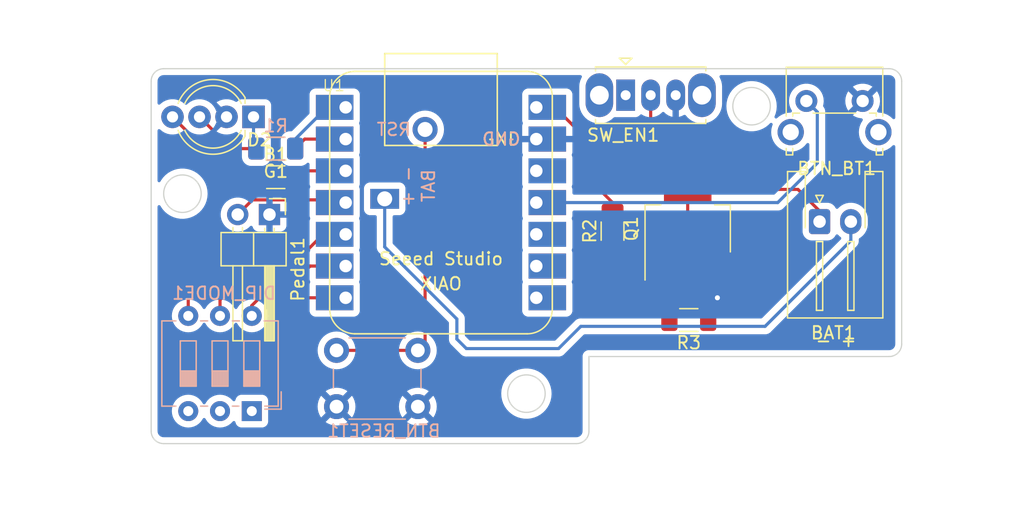
<source format=kicad_pcb>
(kicad_pcb (version 20211014) (generator pcbnew)
  (layers (0 "F.Cu" signal) (31 "B.Cu" signal) (34 "B.Paste" user) (35 "F.Paste" user) (36 "B.SilkS" user "B.Silkscreen") (37 "F.SilkS" user "F.Silkscreen") (38 "B.Mask" user) (39 "F.Mask" user) (44 "Edge.Cuts" user))
  (net 0 "")
  (net 1 "GND")
  (net 2 "Net-(D2-Pad3)")
  (net 4 "GNDS")
  (net 5 "Net-(D2-Pad1)")
  (net 6 "PIN_PEDAL")
  (net 7 "PIN_LEDB")
  (net 8 "PIN_LEDG")
  (net 9 "PIN_LEDR")
  (net 10 "PIN_LAYER1")
  (net 11 "PIN_LAYER2")
  (net 12 "PIN_LAYER3")
  (net 13 "PIN_BT")
  (net 14 "Net-(B1-Pad1)")
  (net 15 "Net-(Q1-Pad1)")
  (net 17 "5V_USB")
  (net 18 "Net-(BAT1-Pad1)")
  (net 19 "BAT+")
  (net 20 "RESET")
  (footprint "LED_THT:LED_D5.0mm-4_RGB_Wide_Pins" (layer "F.Cu") (at 118.364 74.974015 180)
    (fp_text reference "D2" (at -0.472 -1.84) (layer "F.SilkS"))
    (fp_text value "LED_RKGB")
    (fp_line (start 0.6785 -1.545) (end 0.6785 -1.08) (layer "F.SilkS") (width 0.12))
    (fp_line (start 0.6785 1.08) (end 0.6785 1.545) (layer "F.SilkS") (width 0.12))
    (fp_arc (start 0.6785 -1.54483) (mid 3.496956 -2.978809) (end 6.026315 -1.080827) (layer "F.SilkS") (width 0.12))
    (fp_arc (start 0.983816 -1.08) (mid 3.238262 -2.5) (end 5.492979 -1.080429) (layer "F.SilkS") (width 0.12))
    (fp_arc (start 6.026315 1.080827) (mid 3.496956 2.978808) (end 0.6785 1.54483) (layer "F.SilkS") (width 0.12))
    (fp_arc (start 5.492979 1.080429) (mid 3.238262 2.5) (end 0.983816 1.08) (layer "F.SilkS") (width 0.12))
    (pad "1" thru_hole rect (at 0 0 180) (size 1.8 1.8) (drill 0.9) (layers *.Cu *.Mask) (net 5 "Net-(D2-Pad1)"))
    (pad "2" thru_hole circle (at 2.159 0 180) (size 1.8 1.8) (drill 0.9) (layers *.Cu *.Mask) (net 1 "GND"))
    (pad "3" thru_hole circle (at 4.318 0 180) (size 1.8 1.8) (drill 0.9) (layers *.Cu *.Mask) (net 2 "Net-(D2-Pad3)"))
    (pad "4" thru_hole circle (at 6.477 0 180) (size 1.8 1.8) (drill 0.9) (layers *.Cu *.Mask) (net 14 "Net-(B1-Pad1)"))
  )
  (footprint "Button_Switch_THT:SW_Tactile_SPST_Angled_PTS645Vx39-2LFS" (layer "F.Cu") (at 162.56 73.704015)
    (fp_text reference "BTN_BT1" (at 2.425 5.4) (layer "F.SilkS"))
    (fp_text value "BTN_BLUETOOTH")
    (fp_line (start 6.11 -2.7) (end 6.11 1.2) (layer "F.SilkS") (width 0.12))
    (fp_line (start 5.59 4.31) (end 6.11 4.31) (layer "F.SilkS") (width 0.12))
    (fp_line (start 5.05 0.97) (end 5.59 0.97) (layer "F.SilkS") (width 0.12))
    (fp_line (start 5.59 3.8) (end 5.59 4.31) (layer "F.SilkS") (width 0.12))
    (fp_line (start 6.11 3.8) (end 6.11 4.31) (layer "F.SilkS") (width 0.12))
    (fp_line (start -1.61 -2.7) (end -1.61 1.2) (layer "F.SilkS") (width 0.12))
    (fp_line (start -1.61 4.31) (end -1.09 4.31) (layer "F.SilkS") (width 0.12))
    (fp_line (start 0.55 0.97) (end 3.95 0.97) (layer "F.SilkS") (width 0.12))
    (fp_line (start -1.61 -2.7) (end 6.11 -2.7) (layer "F.SilkS") (width 0.12))
    (fp_line (start -1.09 0.97) (end -1.09 1.2) (layer "F.SilkS") (width 0.12))
    (fp_line (start -1.61 3.8) (end -1.61 4.31) (layer "F.SilkS") (width 0.12))
    (fp_line (start 5.59 0.97) (end 5.59 1.2) (layer "F.SilkS") (width 0.12))
    (fp_line (start -1.09 3.8) (end -1.09 4.31) (layer "F.SilkS") (width 0.12))
    (fp_line (start -1.09 0.97) (end -0.55 0.97) (layer "F.SilkS") (width 0.12))
    (pad "" thru_hole circle (at -1.25 2.49) (size 2.1 2.1) (drill 1.3) (layers *.Cu *.Mask))
    (pad "" thru_hole circle (at 5.76 2.49) (size 2.1 2.1) (drill 1.3) (layers *.Cu *.Mask))
    (pad "1" thru_hole circle (at 0 0) (size 1.75 1.75) (drill 0.99) (layers *.Cu *.Mask) (net 13 "PIN_BT"))
    (pad "2" thru_hole circle (at 4.5 0) (size 1.75 1.75) (drill 0.99) (layers *.Cu *.Mask) (net 1 "GND"))
  )
  (footprint "Resistor_SMD:R_1206_3216Metric_Pad1.30x1.75mm_HandSolder" (layer "F.Cu") (at 153.162 91.230015 180)
    (fp_text reference "R3" (at 0 -1.82 180) (layer "F.SilkS"))
    (fp_text value "10k")
    (fp_line (start -0.727064 0.91) (end 0.727064 0.91) (layer "F.SilkS") (width 0.12))
    (fp_line (start -0.727064 -0.91) (end 0.727064 -0.91) (layer "F.SilkS") (width 0.12))
    (pad "1" smd roundrect (at -1.55 0 180) (size 1.3 1.75) (layers "F.Cu" "F.Paste" "F.Mask") (roundrect_rratio 0.192308) (net 1 "GND"))
    (pad "2" smd roundrect (at 1.55 0 180) (size 1.3 1.75) (layers "F.Cu" "F.Paste" "F.Mask") (roundrect_rratio 0.192308) (net 15 "Net-(Q1-Pad1)"))
  )
  (footprint "Connector_PinHeader_2.54mm:PinHeader_1x02_P2.54mm_Horizontal" (layer "F.Cu") (at 119.639 82.791015 -90)
    (fp_text reference "Pedal1" (at 4.385 -2.27 -90) (layer "F.SilkS"))
    (fp_text value "Conn_Pedal")
    (fp_line (start 1.042929 2.92) (end 1.44 2.92) (layer "F.SilkS") (width 0.12))
    (fp_line (start 4.1 3.87) (end 4.1 -1.33) (layer "F.SilkS") (width 0.12))
    (fp_line (start 4.1 0.16) (end 10.1 0.16) (layer "F.SilkS") (width 0.12))
    (fp_line (start 1.44 -1.33) (end 1.44 3.87) (layer "F.SilkS") (width 0.12))
    (fp_line (start 4.1 -0.08) (end 10.1 -0.08) (layer "F.SilkS") (width 0.12))
    (fp_line (start 4.1 -0.38) (end 10.1 -0.38) (layer "F.SilkS") (width 0.12))
    (fp_line (start -1.27 0) (end -1.27 -1.27) (layer "F.SilkS") (width 0.12))
    (fp_line (start 1.042929 2.16) (end 1.44 2.16) (layer "F.SilkS") (width 0.12))
    (fp_line (start 10.1 2.92) (end 4.1 2.92) (layer "F.SilkS") (width 0.12))
    (fp_line (start 10.1 -0.38) (end 10.1 0.38) (layer "F.SilkS") (width 0.12))
    (fp_line (start 1.44 1.27) (end 4.1 1.27) (layer "F.SilkS") (width 0.12))
    (fp_line (start 4.1 2.16) (end 10.1 2.16) (layer "F.SilkS") (width 0.12))
    (fp_line (start 1.11 -0.38) (end 1.44 -0.38) (layer "F.SilkS") (width 0.12))
    (fp_line (start 4.1 -0.2) (end 10.1 -0.2) (layer "F.SilkS") (width 0.12))
    (fp_line (start 4.1 0.28) (end 10.1 0.28) (layer "F.SilkS") (width 0.12))
    (fp_line (start 1.44 3.87) (end 4.1 3.87) (layer "F.SilkS") (width 0.12))
    (fp_line (start 10.1 2.16) (end 10.1 2.92) (layer "F.SilkS") (width 0.12))
    (fp_line (start 4.1 0.04) (end 10.1 0.04) (layer "F.SilkS") (width 0.12))
    (fp_line (start 4.1 -1.33) (end 1.44 -1.33) (layer "F.SilkS") (width 0.12))
    (fp_line (start -1.27 -1.27) (end 0 -1.27) (layer "F.SilkS") (width 0.12))
    (fp_line (start 4.1 -0.32) (end 10.1 -0.32) (layer "F.SilkS") (width 0.12))
    (fp_line (start 10.1 0.38) (end 4.1 0.38) (layer "F.SilkS") (width 0.12))
    (fp_line (start 1.11 0.38) (end 1.44 0.38) (layer "F.SilkS") (width 0.12))
    (pad "1" thru_hole rect (at 0 0 270) (size 1.7 1.7) (drill 1) (layers *.Cu *.Mask) (net 1 "GND"))
    (pad "2" thru_hole oval (at 0 2.54 270) (size 1.7 1.7) (drill 1) (layers *.Cu *.Mask) (net 6 "PIN_PEDAL"))
  )
  (footprint "Resistor_SMD:R_1206_3216Metric_Pad1.30x1.75mm_HandSolder" (layer "F.Cu") (at 120.142 77.514015 180)
    (fp_text reference "G1" (at 0 -1.82 180) (layer "F.SilkS"))
    (fp_text value "R")
    (fp_line (start -0.727064 -0.91) (end 0.727064 -0.91) (layer "F.SilkS") (width 0.12))
    (fp_line (start -0.727064 0.91) (end 0.727064 0.91) (layer "F.SilkS") (width 0.12))
    (pad "1" smd roundrect (at -1.55 0 180) (size 1.3 1.75) (layers "F.Cu" "F.Paste" "F.Mask") (roundrect_rratio 0.192308) (net 8 "PIN_LEDG"))
    (pad "2" smd roundrect (at 1.55 0 180) (size 1.3 1.75) (layers "F.Cu" "F.Paste" "F.Mask") (roundrect_rratio 0.192308) (net 2 "Net-(D2-Pad3)"))
  )
  (footprint "Resistor_SMD:R_1206_3216Metric_Pad1.30x1.75mm_HandSolder" (layer "F.Cu") (at 120.142 79.800015)
    (fp_text reference "B1" (at 0 -1.82) (layer "F.SilkS"))
    (fp_text value "R")
    (fp_line (start -0.727064 0.91) (end 0.727064 0.91) (layer "F.SilkS") (width 0.12))
    (fp_line (start -0.727064 -0.91) (end 0.727064 -0.91) (layer "F.SilkS") (width 0.12))
    (pad "1" smd roundrect (at -1.55 0) (size 1.3 1.75) (layers "F.Cu" "F.Paste" "F.Mask") (roundrect_rratio 0.192308) (net 14 "Net-(B1-Pad1)"))
    (pad "2" smd roundrect (at 1.55 0) (size 1.3 1.75) (layers "F.Cu" "F.Paste" "F.Mask") (roundrect_rratio 0.192308) (net 7 "PIN_LEDB"))
  )
  (footprint "Button_Switch_THT:SW_Slide_1P2T_CK_OS102011MS2Q" (layer "F.Cu") (at 148.114 73.239515)
    (fp_text reference "SW_EN1" (at -0.2 3.2) (layer "F.SilkS"))
    (fp_text value "SW_ENABLE")
    (fp_line (start -2.41 -1.95) (end -2.41 -2.26) (layer "F.SilkS") (width 0.12))
    (fp_line (start 0 -2.46) (end 0.5 -2.96) (layer "F.SilkS") (width 0.12))
    (fp_line (start -2.41 -2.26) (end 6.41 -2.26) (layer "F.SilkS") (width 0.12))
    (fp_line (start 6.41 -2.26) (end 6.41 -1.95) (layer "F.SilkS") (width 0.12))
    (fp_line (start 0.5 -2.96) (end -0.5 -2.96) (layer "F.SilkS") (width 0.12))
    (fp_line (start 6.41 2.26) (end -2.41 2.26) (layer "F.SilkS") (width 0.12))
    (fp_line (start 6.41 2.26) (end 6.41 1.95) (layer "F.SilkS") (width 0.12))
    (fp_line (start -2.41 2.26) (end -2.41 1.95) (layer "F.SilkS") (width 0.12))
    (fp_line (start -0.5 -2.96) (end 0 -2.46) (layer "F.SilkS") (width 0.12))
    (pad "" thru_hole oval (at -2.1 0) (size 2.2 3.5) (drill 1.5) (layers *.Cu *.Mask))
    (pad "" thru_hole oval (at 6.1 0) (size 2.2 3.5) (drill 1.5) (layers *.Cu *.Mask))
    (pad "1" thru_hole rect (at 0 0) (size 1.5 2.5) (drill 0.8) (layers *.Cu *.Mask))
    (pad "2" thru_hole oval (at 2 0) (size 1.5 2.5) (drill 0.8) (layers *.Cu *.Mask) (net 18 "Net-(BAT1-Pad1)"))
    (pad "3" thru_hole oval (at 4 0) (size 1.5 2.5) (drill 0.8) (layers *.Cu *.Mask) (net 1 "GND"))
  )
  (footprint "Connector_JST:JST_XH_S2B-XH-A-1_1x02_P2.50mm_Horizontal" (layer "F.Cu") (at 163.616 83.356015)
    (fp_text reference "BAT1" (at 1.1 8.9) (layer "F.SilkS"))
    (fp_text value "Battery Connector")
    (fp_line (start 1.25 7.71) (end -2.56 7.71) (layer "F.SilkS") (width 0.12))
    (fp_line (start 0.3 -2.1) (end 0 -1.5) (layer "F.SilkS") (width 0.12))
    (fp_line (start -0.25 7.1) (end 0.25 7.1) (layer "F.SilkS") (width 0.12))
    (fp_line (start 0 -1.5) (end -0.3 -2.1) (layer "F.SilkS") (width 0.12))
    (fp_line (start 0.25 1.6) (end -0.25 1.6) (layer "F.SilkS") (width 0.12))
    (fp_line (start 3.64 -4.01) (end 3.64 0.49) (layer "F.SilkS") (width 0.12))
    (fp_line (start -0.25 1.6) (end -0.25 7.1) (layer "F.SilkS") (width 0.12))
    (fp_line (start -2.56 -4.01) (end -1.14 -4.01) (layer "F.SilkS") (width 0.12))
    (fp_line (start 0.25 7.1) (end 0.25 1.6) (layer "F.SilkS") (width 0.12))
    (fp_line (start 5.06 -4.01) (end 3.64 -4.01) (layer "F.SilkS") (width 0.12))
    (fp_line (start 2.25 7.1) (end 2.75 7.1) (layer "F.SilkS") (width 0.12))
    (fp_line (start -1.14 -4.01) (end -1.14 0.49) (layer "F.SilkS") (width 0.12))
    (fp_line (start -0.3 -2.1) (end 0.3 -2.1) (layer "F.SilkS") (width 0.12))
    (fp_line (start 2.75 7.1) (end 2.75 1.6) (layer "F.SilkS") (width 0.12))
    (fp_line (start 1.25 7.71) (end 5.06 7.71) (layer "F.SilkS") (width 0.12))
    (fp_line (start 5.06 7.71) (end 5.06 -4.01) (layer "F.SilkS") (width 0.12))
    (fp_line (start -2.56 7.71) (end -2.56 -4.01) (layer "F.SilkS") (width 0.12))
    (fp_line (start 2.25 1.6) (end 2.25 7.1) (layer "F.SilkS") (width 0.12))
    (fp_line (start 2.75 1.6) (end 2.25 1.6) (layer "F.SilkS") (width 0.12))
    (pad "1" thru_hole roundrect (at 0 0) (size 1.7 2) (drill 1) (layers *.Cu *.Mask) (roundrect_rratio 0.1470588235) (net 18 "Net-(BAT1-Pad1)"))
    (pad "2" thru_hole oval (at 2.5 0) (size 1.7 2) (drill 1) (layers *.Cu *.Mask) (net 19 "BAT+"))
  )
  (footprint "Package_TO_SOT_SMD:SOT-223-3_TabPin2" (layer "F.Cu") (at 153.074 83.928015 90)
    (fp_text reference "Q1" (at 0 -4.5 90) (layer "F.SilkS"))
    (fp_text value "BUK7880-55A")
    (fp_line (start -1.85 3.41) (end 1.91 3.41) (layer "F.SilkS") (width 0.12))
    (fp_line (start 1.91 3.41) (end 1.91 2.15) (layer "F.SilkS") (width 0.12))
    (fp_line (start -4.1 -3.41) (end 1.91 -3.41) (layer "F.SilkS") (width 0.12))
    (fp_line (start 1.91 -3.41) (end 1.91 -2.15) (layer "F.SilkS") (width 0.12))
    (pad "1" smd rect (at -3.15 -2.3 90) (size 2 1.5) (layers "F.Cu" "F.Paste" "F.Mask") (net 15 "Net-(Q1-Pad1)"))
    (pad "2" smd rect (at -3.15 0 90) (size 2 1.5) (layers "F.Cu" "F.Paste" "F.Mask") (net 18 "Net-(BAT1-Pad1)"))
    (pad "2" smd rect (at 3.15 0 90) (size 2 3.8) (layers "F.Cu" "F.Paste" "F.Mask") (net 18 "Net-(BAT1-Pad1)"))
    (pad "3" smd rect (at -3.15 2.3 90) (size 2 1.5) (layers "F.Cu" "F.Paste" "F.Mask") (net 1 "GND"))
  )
  (footprint "Resistor_SMD:R_1206_3216Metric_Pad1.30x1.75mm_HandSolder" (layer "F.Cu") (at 147.066 84.118015 90)
    (fp_text reference "R2" (at 0 -1.82 90) (layer "F.SilkS"))
    (fp_text value "100")
    (fp_line (start -0.727064 0.91) (end 0.727064 0.91) (layer "F.SilkS") (width 0.12))
    (fp_line (start -0.727064 -0.91) (end 0.727064 -0.91) (layer "F.SilkS") (width 0.12))
    (pad "1" smd roundrect (at -1.55 0 90) (size 1.3 1.75) (layers "F.Cu" "F.Paste" "F.Mask") (roundrect_rratio 0.192308) (net 15 "Net-(Q1-Pad1)"))
    (pad "2" smd roundrect (at 1.55 0 90) (size 1.3 1.75) (layers "F.Cu" "F.Paste" "F.Mask") (roundrect_rratio 0.192308) (net 17 "5V_USB"))
  )
  (footprint "footswitch-pcb:XIAO-nRF52840-Sense-14P-2.54-21X17.8MM" (layer "F.Cu") (at 133.35 81.832015)
    (fp_text reference "U1" (at -8.57 -9.36) (layer "F.SilkS") (effects (font (size 0.889 0.889) (thickness 0.1016))))
    (fp_text value "SeeeduinoXIAO" hide)
    (fp_text user "BAT" (at -1 -1.35 90 unlocked) (layer "B.SilkS") (effects (justify mirror)))
    (fp_text user "+ -" (at -2.5 -1.3 -90 unlocked) (layer "B.SilkS") (effects (justify mirror)))
    (fp_text user "RST" (at -3.77 -5.85 unlocked) (layer "B.SilkS") (effects (justify mirror)))
    (fp_text user "Seeed Studio" (at 0 4.5 unlocked) (layer "F.SilkS"))
    (fp_text user "XIAO" (at 0 6.5 unlocked) (layer "F.SilkS"))
    (fp_line (start -8.9 -8.5) (end -8.9 8.5) (layer "F.SilkS") (width 0.127))
    (fp_line (start 8.9 8.5) (end 8.9 -8.5) (layer "F.SilkS") (width 0.127))
    (fp_line (start -4.5 -4.57073) (end -4.5 -11.92403) (layer "F.SilkS") (width 0.127))
    (fp_line (start -6.9 10.5) (end 6.9 10.5) (layer "F.SilkS") (width 0.127))
    (fp_line (start -4.5 -11.92403) (end 4.5 -11.92403) (layer "F.SilkS") (width 0.127))
    (fp_line (start 6.9 -10.49909) (end -6.9 -10.49909) (layer "F.SilkS") (width 0.127))
    (fp_line (start 4.5 -4.57073) (end -4.5 -4.57073) (layer "F.SilkS") (width 0.127))
    (fp_line (start 4.5 -11.92403) (end 4.5 -4.57073) (layer "F.SilkS") (width 0.127))
    (fp_arc (start -6.9 10.5) (mid -8.301423 9.901423) (end -8.9 8.5) (layer "F.SilkS") (width 0.12))
    (fp_arc (start 6.9 -10.5) (mid 8.301494 -9.901494) (end 8.9 -8.5) (layer "F.SilkS") (width 0.12))
    (fp_arc (start 8.9 8.5) (mid 8.314214 9.914214) (end 6.9 10.5) (layer "F.SilkS") (width 0.12))
    (fp_arc (start -8.9 -8.5) (mid -8.301491 -9.901491) (end -6.9 -10.5) (layer "F.SilkS") (width 0.12))
    (fp_poly (pts (xy 8.889492 8.521574) (xy 8.887713 8.57085) (xy 8.884665 8.619618) (xy 8.880601 8.668639) (xy 8.875268 8.717407) (xy 8.868664 8.766175) (xy 8.861044 8.81469) (xy 8.852153 8.86295) (xy 8.842248 8.910955)) (layer "F.SilkS") (width 0.0254) (fill none))
    (fp_poly (pts (xy -8.887715 -8.561705) (xy -8.884667 -8.610473) (xy -8.880603 -8.659494)) (layer "F.SilkS") (width 0.0254) (fill none))
    (pad "1" thru_hole rect (at -7.62 -7.62) (size 3 2) (drill 1 (offset -0.88 0)) (layers *.Cu *.Mask) (net 9 "PIN_LEDR"))
    (pad "2" thru_hole rect (at -7.62 -5.08) (size 3 2) (drill 1 (offset -0.88 0)) (layers *.Cu *.Mask) (net 8 "PIN_LEDG"))
    (pad "3" thru_hole rect (at -7.62 -2.54) (size 3 2) (drill 1 (offset -0.88 0)) (layers *.Cu *.Mask) (net 7 "PIN_LEDB"))
    (pad "4" thru_hole rect (at -7.62 0) (size 3 2) (drill 1 (offset -0.88 0)) (layers *.Cu *.Mask) (net 6 "PIN_PEDAL"))
    (pad "5" thru_hole rect (at -7.62 2.54) (size 3 2) (drill 1 (offset -0.88 0)) (layers *.Cu *.Mask) (net 10 "PIN_LAYER1"))
    (pad "6" thru_hole rect (at -7.62 5.08) (size 3 2) (drill 1 (offset -0.88 0)) (layers *.Cu *.Mask) (net 11 "PIN_LAYER2"))
    (pad "7" thru_hole rect (at -7.62 7.62) (size 3 2) (drill 1 (offset -0.88 0)) (layers *.Cu *.Mask) (net 12 "PIN_LAYER3"))
    (pad "8" thru_hole rect (at 7.62 7.62) (size 3 2) (drill 1 (offset 0.88 0)) (layers *.Cu *.Mask))
    (pad "9" thru_hole rect (at 7.62 5.08) (size 3 2) (drill 1 (offset 0.88 0)) (layers *.Cu *.Mask))
    (pad "10" thru_hole rect (at 7.62 2.54) (size 3 2) (drill 1 (offset 0.88 0)) (layers *.Cu *.Mask))
    (pad "11" thru_hole rect (at 7.62 0) (size 3 2) (drill 1 (offset 0.88 0)) (layers *.Cu *.Mask) (net 13 "PIN_BT"))
    (pad "12" thru_hole rect (at 7.62 -2.54) (size 3 2) (drill 1 (offset 0.88 0)) (layers *.Cu *.Mask))
    (pad "13" thru_hole rect (at 7.62 -5.08) (size 3 2) (drill 1 (offset 0.88 0)) (layers *.Cu *.Mask) (net 1 "GND"))
    (pad "14" thru_hole rect (at 7.62 -7.62) (size 3 2) (drill 1 (offset 0.88 0)) (layers *.Cu *.Mask) (net 17 "5V_USB"))
    (pad "17" thru_hole circle (at -1.27 -5.85 90) (size 2 2) (drill 1.2) (layers *.Cu *.Mask) (net 20 "RESET"))
    (pad "22" thru_hole rect (at -4.5 -0.3 180) (size 2.3 1.6) (drill 1.2) (layers *.Cu *.Mask) (net 19 "BAT+"))
  )
  (footprint "Button_Switch_THT:SW_PUSH_6mm_H7.3mm" (layer "B.Cu") (at 131.5 93.66 180)
    (fp_text reference "BTN_RESET1" (at 2.72 -6.46) (layer "B.SilkS") (effects (justify mirror)))
    (fp_text value "BTN_RESET")
    (fp_line (start 1 -5.5) (end 5.5 -5.5) (layer "B.SilkS") (width 0.12))
    (fp_line (start 6.75 -3) (end 6.75 -1.5) (layer "B.SilkS") (width 0.12))
    (fp_line (start -0.25 -1.5) (end -0.25 -3) (layer "B.SilkS") (width 0.12))
    (fp_line (start 5.5 1) (end 1 1) (layer "B.SilkS") (width 0.12))
    (pad "1" thru_hole circle (at 0 0 90) (size 2 2) (drill 1.1) (layers *.Cu *.Mask) (net 20 "RESET"))
    (pad "1" thru_hole circle (at 6.5 0 90) (size 2 2) (drill 1.1) (layers *.Cu *.Mask) (net 20 "RESET"))
    (pad "2" thru_hole circle (at 6.5 -4.5 90) (size 2 2) (drill 1.1) (layers *.Cu *.Mask) (net 1 "GND"))
    (pad "2" thru_hole circle (at 0 -4.5 90) (size 2 2) (drill 1.1) (layers *.Cu *.Mask) (net 1 "GND"))
  )
  (footprint "Resistor_SMD:R_1206_3216Metric_Pad1.30x1.75mm_HandSolder" (layer "B.Cu") (at 120.142 77.514015 180)
    (fp_text reference "R1" (at 0 1.82) (layer "B.SilkS") (effects (justify mirror)))
    (fp_text value "R")
    (fp_line (start -0.727064 0.91) (end 0.727064 0.91) (layer "B.SilkS") (width 0.12))
    (fp_line (start -0.727064 -0.91) (end 0.727064 -0.91) (layer "B.SilkS") (width 0.12))
    (pad "1" smd roundrect (at -1.55 0 180) (size 1.3 1.75) (layers "B.Cu" "B.Paste" "B.Mask") (roundrect_rratio 0.192308) (net 9 "PIN_LEDR"))
    (pad "2" smd roundrect (at 1.55 0 180) (size 1.3 1.75) (layers "B.Cu" "B.Paste" "B.Mask") (roundrect_rratio 0.192308) (net 5 "Net-(D2-Pad1)"))
  )
  (footprint "Button_Switch_THT:SW_DIP_SPSTx03_Slide_6.7x9.18mm_W7.62mm_P2.54mm_LowProfile" (layer "B.Cu") (at 118.225 98.52 90)
    (fp_text reference "DIP_MODE1" (at 9.43 -2.225) (layer "B.SilkS") (effects (justify mirror)))
    (fp_text value "SW_DIP_x03")
    (fp_line (start 2 -2.985) (end 3.206667 -2.985) (layer "B.SilkS") (width 0.12))
    (fp_line (start 2 -3.175) (end 5.62 -3.175) (layer "B.SilkS") (width 0.12))
    (fp_line (start 2 -2.625) (end 3.206667 -2.625) (layer "B.SilkS") (width 0.12))
    (fp_line (start 3.206667 -4.445) (end 3.206667 -5.715) (layer "B.SilkS") (width 0.12))
    (fp_line (start 2 -0.445) (end 3.206667 -0.445) (layer "B.SilkS") (width 0.12))
    (fp_line (start 5.62 -5.715) (end 5.62 -4.445) (layer "B.SilkS") (width 0.12))
    (fp_line (start 2 0.515) (end 3.206667 0.515) (layer "B.SilkS") (width 0.12))
    (fp_line (start 0.16 2.35) (end 1.543 2.35) (layer "B.SilkS") (width 0.12))
    (fp_line (start 2 0.155) (end 3.206667 0.155) (layer "B.SilkS") (width 0.12))
    (fp_line (start 7.221 -3.53) (end 7.221 -4.091) (layer "B.SilkS") (width 0.12))
    (fp_line (start 0.4 2.11) (end 0.4 1.04) (layer "B.SilkS") (width 0.12))
    (fp_line (start 2 0.635) (end 2 -0.635) (layer "B.SilkS") (width 0.12))
    (fp_line (start 2 -0.325) (end 3.206667 -0.325) (layer "B.SilkS") (width 0.12))
    (fp_line (start 5.62 -0.635) (end 5.62 0.635) (layer "B.SilkS") (width 0.12))
    (fp_line (start 2 0.395) (end 3.206667 0.395) (layer "B.SilkS") (width 0.12))
    (fp_line (start 2 -5.405) (end 3.206667 -5.405) (layer "B.SilkS") (width 0.12))
    (fp_line (start 7.221 -6.07) (end 7.221 -7.19) (layer "B.SilkS") (width 0.12))
    (fp_line (start 2 -2.745) (end 3.206667 -2.745) (layer "B.SilkS") (width 0.12))
    (fp_line (start 2 -0.635) (end 5.62 -0.635) (layer "B.SilkS") (width 0.12))
    (fp_line (start 2 -2.265) (end 3.206667 -2.265) (layer "B.SilkS") (width 0.12))
    (fp_line (start 2 -3.105) (end 3.206667 -3.105) (layer "B.SilkS") (width 0.12))
    (fp_line (start 2 -4.685) (end 3.206667 -4.685) (layer "B.SilkS") (width 0.12))
    (fp_line (start 2 -0.205) (end 3.206667 -0.205) (layer "B.SilkS") (width 0.12))
    (fp_line (start 2 -2.385) (end 3.206667 -2.385) (layer "B.SilkS") (width 0.12))
    (fp_line (start 2 -4.565) (end 3.206667 -4.565) (layer "B.SilkS") (width 0.12))
    (fp_line (start 0.4 -6.07) (end 0.4 -7.19) (layer "B.SilkS") (width 0.12))
    (fp_line (start 0.16 2.35) (end 0.16 1.04) (layer "B.SilkS") (width 0.12))
    (fp_line (start 2 -2.505) (end 3.206667 -2.505) (layer "B.SilkS") (width 0.12))
    (fp_line (start 2 0.275) (end 3.206667 0.275) (layer "B.SilkS") (width 0.12))
    (fp_line (start 3.206667 -1.905) (end 3.206667 -3.175) (layer "B.SilkS") (width 0.12))
    (fp_line (start 7.221 2.11) (end 7.221 0.99) (layer "B.SilkS") (width 0.12))
    (fp_line (start 3.206667 0.635) (end 3.206667 -0.635) (layer "B.SilkS") (width 0.12))
    (fp_line (start 2 -4.805) (end 3.206667 -4.805) (layer "B.SilkS") (width 0.12))
    (fp_line (start 2 -5.645) (end 3.206667 -5.645) (layer "B.SilkS") (width 0.12))
    (fp_line (start 7.221 -0.99) (end 7.221 -1.551) (layer "B.SilkS") (width 0.12))
    (fp_line (start 5.62 -4.445) (end 2 -4.445) (layer "B.SilkS") (width 0.12))
    (fp_line (start 2 -0.565) (end 3.206667 -0.565) (layer "B.SilkS") (width 0.12))
    (fp_line (start 2 -2.865) (end 3.206667 -2.865) (layer "B.SilkS") (width 0.12))
    (fp_line (start 0.4 -3.53) (end 0.4 -4.091) (layer "B.SilkS") (width 0.12))
    (fp_line (start 5.62 0.635) (end 2 0.635) (layer "B.SilkS") (width 0.12))
    (fp_line (start 2 -4.445) (end 2 -5.715) (layer "B.SilkS") (width 0.12))
    (fp_line (start 2 -5.715) (end 5.62 -5.715) (layer "B.SilkS") (width 0.12))
    (fp_line (start 2 -2.025) (end 3.206667 -2.025) (layer "B.SilkS") (width 0.12))
    (fp_line (start 2 0.035) (end 3.206667 0.035) (layer "B.SilkS") (width 0.12))
    (fp_line (start 0.4 -1.04) (end 0.4 -1.551) (layer "B.SilkS") (width 0.12))
    (fp_line (start 2 -5.165) (end 3.206667 -5.165) (layer "B.SilkS") (width 0.12))
    (fp_line (start 2 -5.525) (end 3.206667 -5.525) (layer "B.SilkS") (width 0.12))
    (fp_line (start 5.62 -3.175) (end 5.62 -1.905) (layer "B.SilkS") (width 0.12))
    (fp_line (start 2 -5.285) (end 3.206667 -5.285) (layer "B.SilkS") (width 0.12))
    (fp_line (start 0.4 -7.19) (end 7.221 -7.19) (layer "B.SilkS") (width 0.12))
    (fp_line (start 2 -1.905) (end 2 -3.175) (layer "B.SilkS") (width 0.12))
    (fp_line (start 5.62 -1.905) (end 2 -1.905) (layer "B.SilkS") (width 0.12))
    (fp_line (start 2 -4.925) (end 3.206667 -4.925) (layer "B.SilkS") (width 0.12))
    (fp_line (start 0.4 2.11) (end 7.221 2.11) (layer "B.SilkS") (width 0.12))
    (fp_line (start 2 -5.045) (end 3.206667 -5.045) (layer "B.SilkS") (width 0.12))
    (fp_line (start 2 -0.085) (end 3.206667 -0.085) (layer "B.SilkS") (width 0.12))
    (fp_line (start 2 -2.145) (end 3.206667 -2.145) (layer "B.SilkS") (width 0.12))
    (pad "1" thru_hole rect (at 0 0 90) (size 1.6 1.6) (drill 0.8) (layers *.Cu *.Mask) (net 4 "GNDS"))
    (pad "2" thru_hole oval (at 0 -2.54 90) (size 1.6 1.6) (drill 0.8) (layers *.Cu *.Mask) (net 4 "GNDS"))
    (pad "3" thru_hole oval (at 0 -5.08 90) (size 1.6 1.6) (drill 0.8) (layers *.Cu *.Mask) (net 4 "GNDS"))
    (pad "4" thru_hole oval (at 7.62 -5.08 90) (size 1.6 1.6) (drill 0.8) (layers *.Cu *.Mask) (net 10 "PIN_LAYER1"))
    (pad "5" thru_hole oval (at 7.62 -2.54 90) (size 1.6 1.6) (drill 0.8) (layers *.Cu *.Mask) (net 11 "PIN_LAYER2"))
    (pad "6" thru_hole oval (at 7.62 0 90) (size 1.6 1.6) (drill 0.8) (layers *.Cu *.Mask) (net 12 "PIN_LAYER3"))
  )
  (gr_arc (start 169.18 71.12) (mid 169.887107 71.412893) (end 170.18 72.12) (layer "Edge.Cuts") (width 0.1))
  (gr_circle (center 140.18 97.12) (end 141.68 97.12) (layer "Edge.Cuts") (width 0.1) (fill none))
  (gr_arc (start 145.18 100.12) (mid 144.887107 100.827107) (end 144.18 101.12) (layer "Edge.Cuts") (width 0.1))
  (gr_line (start 170.18 93.152893) (end 170.18 72.12) (layer "Edge.Cuts") (width 0.1))
  (gr_circle (center 112.68 81.12) (end 112.68 82.62) (layer "Edge.Cuts") (width 0.1) (fill none))
  (gr_line (start 169.18 71.12) (end 111.18 71.12) (layer "Edge.Cuts") (width 0.1))
  (gr_line (start 110.18 72.12) (end 110.18 100.12) (layer "Edge.Cuts") (width 0.1))
  (gr_arc (start 170.18 93.152893) (mid 169.887107 93.86) (end 169.18 94.152893) (layer "Edge.Cuts") (width 0.1))
  (gr_arc (start 110.18 72.12) (mid 110.472893 71.412893) (end 111.18 71.12) (layer "Edge.Cuts") (width 0.1))
  (gr_line (start 145.18 94.152893) (end 169.18 94.152893) (layer "Edge.Cuts") (width 0.1))
  (gr_circle (center 158.18 74.12) (end 158.18 75.62) (layer "Edge.Cuts") (width 0.1) (fill none))
  (gr_arc (start 111.18 101.12) (mid 110.472893 100.827107) (end 110.18 100.12) (layer "Edge.Cuts") (width 0.1))
  (gr_line (start 111.18 101.12) (end 144.18 101.12) (layer "Edge.Cuts") (width 0.1))
  (gr_line (start 145.18 100.12) (end 145.18 94.152893) (layer "Edge.Cuts") (width 0.1))
  (gr_text "GND" (at 138.176 76.752015) (layer "B.SilkS") (effects (font (size 1 1)) (justify mirror)))
  (gr_text "- +" (at 164.93 92.87) (layer "F.SilkS") (effects (font (size 1 1))))
  (gr_text "GND" (at 138.176 76.752015) (layer "F.SilkS") (effects (font (size 1 1))))
  (segment (start 154.712 91.230015) (end 155.374 90.568015) (width 0.25) (layer "F.Cu") (net 1))
  (segment (start 155.374 90.568015) (end 155.374 87.078015) (width 0.25) (layer "F.Cu") (net 1))
  (via (at 155.448 89.452015) (size 0.8) (drill 0.4) (layers "F.Cu" "B.Cu") (net 1))
  (segment (start 118.592 77.514015) (end 116.586 77.514015) (width 0.25) (layer "F.Cu") (net 2))
  (segment (start 116.586 77.514015) (end 114.046 74.974015) (width 0.25) (layer "F.Cu") (net 2))
  (segment (start 118.364 77.286015) (end 118.364 74.974015) (width 0.25) (layer "B.Cu") (net 5))
  (segment (start 118.592 77.514015) (end 118.364 77.286015) (width 0.25) (layer "B.Cu") (net 5))
  (segment (start 117.099 82.791015) (end 118.273511 81.616504) (width 0.25) (layer "F.Cu") (net 6))
  (segment (start 125.514489 81.616504) (end 125.73 81.832015) (width 0.25) (layer "F.Cu") (net 6))
  (segment (start 118.273511 81.616504) (end 125.514489 81.616504) (width 0.25) (layer "F.Cu") (net 6))
  (segment (start 122.2 79.292015) (end 121.692 79.800015) (width 0.25) (layer "F.Cu") (net 7))
  (segment (start 125.73 79.292015) (end 122.2 79.292015) (width 0.25) (layer "F.Cu") (net 7))
  (segment (start 125.73 76.752015) (end 122.454 76.752015) (width 0.25) (layer "F.Cu") (net 8))
  (segment (start 122.454 76.752015) (end 121.692 77.514015) (width 0.25) (layer "F.Cu") (net 8))
  (segment (start 125.73 74.212015) (end 124.240978 74.212015) (width 0.25) (layer "B.Cu") (net 9))
  (segment (start 121.692 76.760993) (end 121.692 77.514015) (width 0.25) (layer "B.Cu") (net 9))
  (segment (start 124.240978 74.212015) (end 121.692 76.760993) (width 0.25) (layer "B.Cu") (net 9))
  (segment (start 120.68 87.62) (end 116.68 87.62) (width 0.25) (layer "F.Cu") (net 10))
  (segment (start 113.145 88.655) (end 113.145 90.9) (width 0.25) (layer "F.Cu") (net 10))
  (segment (start 123.927985 84.372015) (end 120.68 87.62) (width 0.25) (layer "F.Cu") (net 10))
  (segment (start 125.73 84.372015) (end 123.927985 84.372015) (width 0.25) (layer "F.Cu") (net 10))
  (segment (start 114.18 87.62) (end 113.18 88.62) (width 0.25) (layer "F.Cu") (net 10))
  (segment (start 116.68 87.62) (end 114.18 87.62) (width 0.25) (layer "F.Cu") (net 10))
  (segment (start 121.18 88.62) (end 116.68 88.62) (width 0.25) (layer "F.Cu") (net 11))
  (segment (start 116.68 88.62) (end 115.685 89.615) (width 0.25) (layer "F.Cu") (net 11))
  (segment (start 125.73 86.912015) (end 122.887985 86.912015) (width 0.25) (layer "F.Cu") (net 11))
  (segment (start 122.887985 86.912015) (end 121.18 88.62) (width 0.25) (layer "F.Cu") (net 11))
  (segment (start 115.685 89.615) (end 115.685 90.9) (width 0.25) (layer "F.Cu") (net 11))
  (segment (start 118.847985 89.452015) (end 125.73 89.452015) (width 0.25) (layer "F.Cu") (net 12))
  (segment (start 118.225 90.9) (end 118.225 90.075) (width 0.25) (layer "F.Cu") (net 12))
  (segment (start 118.225 90.075) (end 118.847985 89.452015) (width 0.25) (layer "F.Cu") (net 12))
  (segment (start 160.274 81.832015) (end 140.97 81.832015) (width 0.25) (layer "B.Cu") (net 13))
  (segment (start 163.434999 74.579014) (end 163.434999 78.671016) (width 0.25) (layer "B.Cu") (net 13))
  (segment (start 163.434999 78.671016) (end 160.274 81.832015) (width 0.25) (layer "B.Cu") (net 13))
  (segment (start 162.56 73.704015) (end 163.434999 74.579014) (width 0.25) (layer "B.Cu") (net 13))
  (segment (start 116.713 79.800015) (end 111.887 74.974015) (width 0.25) (layer "F.Cu") (net 14))
  (segment (start 118.592 79.800015) (end 116.713 79.800015) (width 0.25) (layer "F.Cu") (net 14))
  (segment (start 147.066 84.715515) (end 147.066 85.896015) (width 0.25) (layer "F.Cu") (net 15))
  (segment (start 147.066 85.896015) (end 148.248 87.078015) (width 0.25) (layer "F.Cu") (net 15))
  (segment (start 148.248 87.078015) (end 150.774 87.078015) (width 0.25) (layer "F.Cu") (net 15))
  (segment (start 150.774 87.078015) (end 150.774 90.392015) (width 0.25) (layer "F.Cu") (net 15))
  (segment (start 150.774 90.392015) (end 151.612 91.230015) (width 0.25) (layer "F.Cu") (net 15))
  (segment (start 142.459022 74.212015) (end 144.526 76.278993) (width 0.25) (layer "F.Cu") (net 17))
  (segment (start 147.066 81.832015) (end 147.066 83.520515) (width 0.25) (layer "F.Cu") (net 17))
  (segment (start 144.526 79.292015) (end 147.066 81.832015) (width 0.25) (layer "F.Cu") (net 17))
  (segment (start 140.97 74.212015) (end 142.459022 74.212015) (width 0.25) (layer "F.Cu") (net 17))
  (segment (start 144.526 76.278993) (end 144.526 79.292015) (width 0.25) (layer "F.Cu") (net 17))
  (segment (start 163.616 83.356015) (end 163.616 82.506) (width 0.25) (layer "F.Cu") (net 18))
  (segment (start 153.074 80.778015) (end 153.074 87.078015) (width 0.25) (layer "F.Cu") (net 18))
  (segment (start 163.616 82.506) (end 161.888015 80.778015) (width 0.25) (layer "F.Cu") (net 18))
  (segment (start 150.114 77.818015) (end 150.114 73.239515) (width 0.25) (layer "F.Cu") (net 18))
  (segment (start 153.074 80.778015) (end 150.114 77.818015) (width 0.25) (layer "F.Cu") (net 18))
  (segment (start 161.888015 80.778015) (end 153.074 80.778015) (width 0.25) (layer "F.Cu") (net 18))
  (segment (start 166.116 83.356015) (end 166.116 84.880015) (width 0.25) (layer "B.Cu") (net 19))
  (segment (start 142.748 93.516015) (end 144.526 91.738015) (width 0.25) (layer "B.Cu") (net 19))
  (segment (start 166.116 84.880015) (end 159.258 91.738015) (width 0.25) (layer "B.Cu") (net 19))
  (segment (start 134.62 91.151037) (end 134.62 92.754015) (width 0.25) (layer "B.Cu") (net 19))
  (segment (start 135.382 93.516015) (end 142.748 93.516015) (width 0.25) (layer "B.Cu") (net 19))
  (segment (start 134.62 92.754015) (end 135.382 93.516015) (width 0.25) (layer "B.Cu") (net 19))
  (segment (start 128.85 81.532015) (end 128.85 85.381037) (width 0.25) (layer "B.Cu") (net 19))
  (segment (start 128.85 85.381037) (end 134.62 91.151037) (width 0.25) (layer "B.Cu") (net 19))
  (segment (start 144.526 91.738015) (end 159.258 91.738015) (width 0.25) (layer "B.Cu") (net 19))
  (segment (start 132.08 93.08) (end 131.5 93.66) (width 0.25) (layer "F.Cu") (net 20))
  (segment (start 125 93.66) (end 131.5 93.66) (width 0.25) (layer "F.Cu") (net 20))
  (segment (start 132.08 75.982015) (end 132.08 93.08) (width 0.25) (layer "F.Cu") (net 20))
  (zone (net 1) (net_name "GND") (layer "B.Cu") (connect_pads (clearance 0.508)) (min_thickness 0.254) (fill yes (thermal_gap 0.508) (thermal_bridge_width 0.508))
    (polygon (pts (xy 173.99 107.95) (xy 101.6 107.95) (xy 101.6 66.04) (xy 173.99 66.04)))
  )
)
</source>
